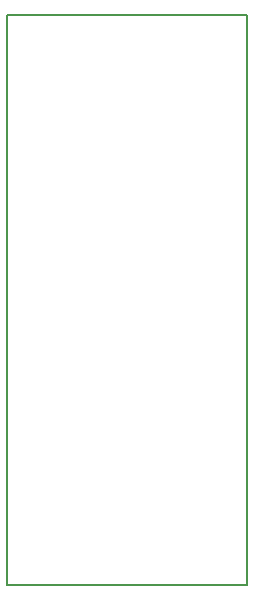
<source format=gbr>
G04 #@! TF.GenerationSoftware,KiCad,Pcbnew,(5.0.0)*
G04 #@! TF.CreationDate,2020-11-24T21:09:57-06:00*
G04 #@! TF.ProjectId,BlueMacro,426C75654D6163726F2E6B696361645F,rev?*
G04 #@! TF.SameCoordinates,Original*
G04 #@! TF.FileFunction,Profile,NP*
%FSLAX46Y46*%
G04 Gerber Fmt 4.6, Leading zero omitted, Abs format (unit mm)*
G04 Created by KiCad (PCBNEW (5.0.0)) date 11/24/20 21:09:57*
%MOMM*%
%LPD*%
G01*
G04 APERTURE LIST*
%ADD10C,0.150000*%
G04 APERTURE END LIST*
D10*
X58420000Y-26670000D02*
X58420000Y-74930000D01*
X38100000Y-26670000D02*
X58420000Y-26670000D01*
X38100000Y-74930000D02*
X38100000Y-26670000D01*
X58420000Y-74930000D02*
X38100000Y-74930000D01*
M02*

</source>
